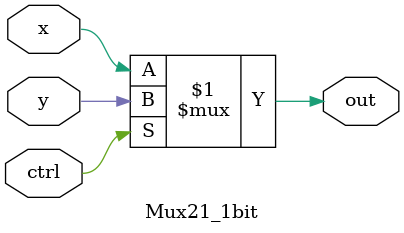
<source format=v>
module Mux21_1bit(input wire x, input wire y, input wire ctrl, output wire out);
assign out = ctrl ? y : x;
endmodule

</source>
